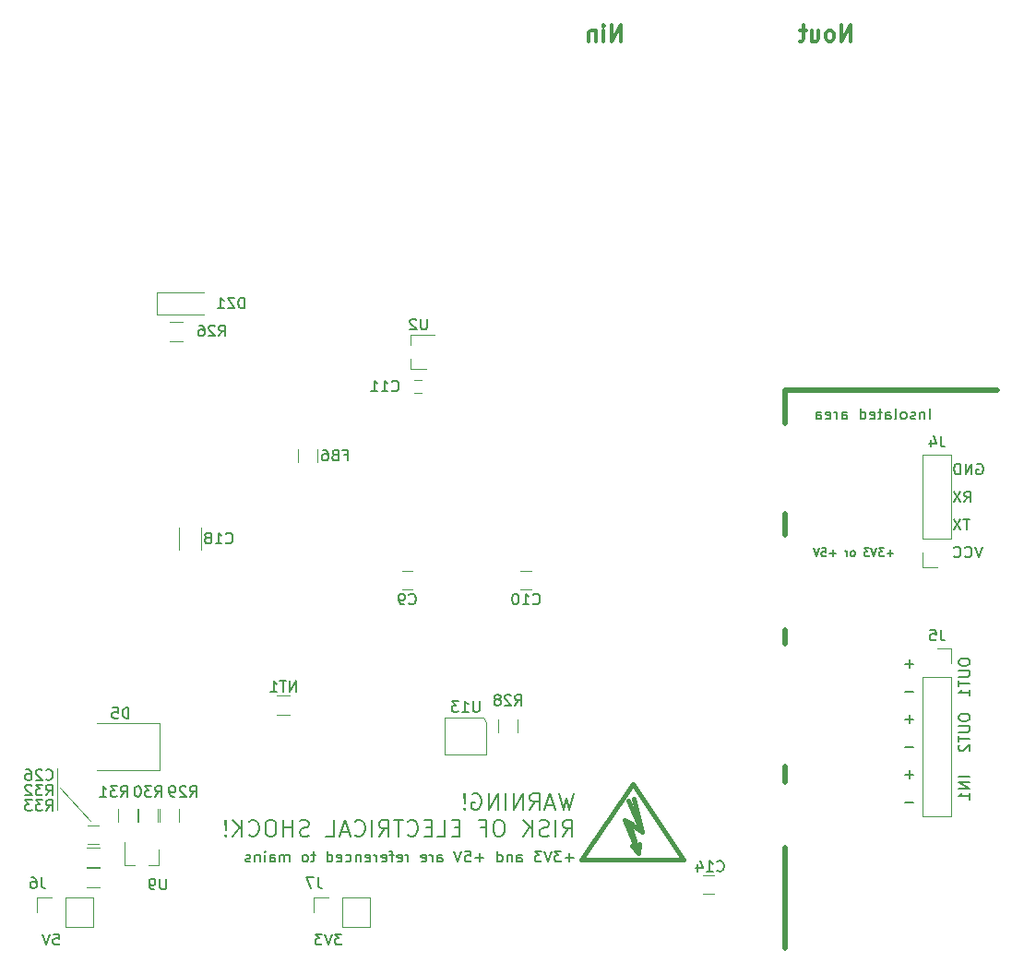
<source format=gbr>
%TF.GenerationSoftware,KiCad,Pcbnew,(5.1.6)-1*%
%TF.CreationDate,2020-06-29T23:41:49+02:00*%
%TF.ProjectId,EnergyMonitor,456e6572-6779-44d6-9f6e-69746f722e6b,1.0*%
%TF.SameCoordinates,Original*%
%TF.FileFunction,Legend,Bot*%
%TF.FilePolarity,Positive*%
%FSLAX46Y46*%
G04 Gerber Fmt 4.6, Leading zero omitted, Abs format (unit mm)*
G04 Created by KiCad (PCBNEW (5.1.6)-1) date 2020-06-29 23:41:49*
%MOMM*%
%LPD*%
G01*
G04 APERTURE LIST*
%ADD10C,0.375000*%
%ADD11C,0.150000*%
%ADD12C,0.200000*%
%ADD13C,0.120000*%
%ADD14C,0.500000*%
%ADD15C,0.381000*%
G04 APERTURE END LIST*
D10*
X136034285Y-84953571D02*
X136034285Y-83453571D01*
X135177142Y-84953571D01*
X135177142Y-83453571D01*
X134248571Y-84953571D02*
X134391428Y-84882142D01*
X134462857Y-84810714D01*
X134534285Y-84667857D01*
X134534285Y-84239285D01*
X134462857Y-84096428D01*
X134391428Y-84025000D01*
X134248571Y-83953571D01*
X134034285Y-83953571D01*
X133891428Y-84025000D01*
X133820000Y-84096428D01*
X133748571Y-84239285D01*
X133748571Y-84667857D01*
X133820000Y-84810714D01*
X133891428Y-84882142D01*
X134034285Y-84953571D01*
X134248571Y-84953571D01*
X132462857Y-83953571D02*
X132462857Y-84953571D01*
X133105714Y-83953571D02*
X133105714Y-84739285D01*
X133034285Y-84882142D01*
X132891428Y-84953571D01*
X132677142Y-84953571D01*
X132534285Y-84882142D01*
X132462857Y-84810714D01*
X131962857Y-83953571D02*
X131391428Y-83953571D01*
X131748571Y-83453571D02*
X131748571Y-84739285D01*
X131677142Y-84882142D01*
X131534285Y-84953571D01*
X131391428Y-84953571D01*
X114964285Y-84953571D02*
X114964285Y-83453571D01*
X114107142Y-84953571D01*
X114107142Y-83453571D01*
X113392857Y-84953571D02*
X113392857Y-83953571D01*
X113392857Y-83453571D02*
X113464285Y-83525000D01*
X113392857Y-83596428D01*
X113321428Y-83525000D01*
X113392857Y-83453571D01*
X113392857Y-83596428D01*
X112678571Y-83953571D02*
X112678571Y-84953571D01*
X112678571Y-84096428D02*
X112607142Y-84025000D01*
X112464285Y-83953571D01*
X112250000Y-83953571D01*
X112107142Y-84025000D01*
X112035714Y-84167857D01*
X112035714Y-84953571D01*
D11*
X146972380Y-152490000D02*
X145972380Y-152490000D01*
X146972380Y-152966190D02*
X145972380Y-152966190D01*
X146972380Y-153537619D01*
X145972380Y-153537619D01*
X146972380Y-154537619D02*
X146972380Y-153966190D01*
X146972380Y-154251904D02*
X145972380Y-154251904D01*
X146115238Y-154156666D01*
X146210476Y-154061428D01*
X146258095Y-153966190D01*
X145972380Y-146933809D02*
X145972380Y-147124285D01*
X146020000Y-147219523D01*
X146115238Y-147314761D01*
X146305714Y-147362380D01*
X146639047Y-147362380D01*
X146829523Y-147314761D01*
X146924761Y-147219523D01*
X146972380Y-147124285D01*
X146972380Y-146933809D01*
X146924761Y-146838571D01*
X146829523Y-146743333D01*
X146639047Y-146695714D01*
X146305714Y-146695714D01*
X146115238Y-146743333D01*
X146020000Y-146838571D01*
X145972380Y-146933809D01*
X145972380Y-147790952D02*
X146781904Y-147790952D01*
X146877142Y-147838571D01*
X146924761Y-147886190D01*
X146972380Y-147981428D01*
X146972380Y-148171904D01*
X146924761Y-148267142D01*
X146877142Y-148314761D01*
X146781904Y-148362380D01*
X145972380Y-148362380D01*
X145972380Y-148695714D02*
X145972380Y-149267142D01*
X146972380Y-148981428D02*
X145972380Y-148981428D01*
X146067619Y-149552857D02*
X146020000Y-149600476D01*
X145972380Y-149695714D01*
X145972380Y-149933809D01*
X146020000Y-150029047D01*
X146067619Y-150076666D01*
X146162857Y-150124285D01*
X146258095Y-150124285D01*
X146400952Y-150076666D01*
X146972380Y-149505238D01*
X146972380Y-150124285D01*
X145972380Y-141853809D02*
X145972380Y-142044285D01*
X146020000Y-142139523D01*
X146115238Y-142234761D01*
X146305714Y-142282380D01*
X146639047Y-142282380D01*
X146829523Y-142234761D01*
X146924761Y-142139523D01*
X146972380Y-142044285D01*
X146972380Y-141853809D01*
X146924761Y-141758571D01*
X146829523Y-141663333D01*
X146639047Y-141615714D01*
X146305714Y-141615714D01*
X146115238Y-141663333D01*
X146020000Y-141758571D01*
X145972380Y-141853809D01*
X145972380Y-142710952D02*
X146781904Y-142710952D01*
X146877142Y-142758571D01*
X146924761Y-142806190D01*
X146972380Y-142901428D01*
X146972380Y-143091904D01*
X146924761Y-143187142D01*
X146877142Y-143234761D01*
X146781904Y-143282380D01*
X145972380Y-143282380D01*
X145972380Y-143615714D02*
X145972380Y-144187142D01*
X146972380Y-143901428D02*
X145972380Y-143901428D01*
X146972380Y-145044285D02*
X146972380Y-144472857D01*
X146972380Y-144758571D02*
X145972380Y-144758571D01*
X146115238Y-144663333D01*
X146210476Y-144568095D01*
X146258095Y-144472857D01*
X141820952Y-154831428D02*
X141059047Y-154831428D01*
X141820952Y-144671428D02*
X141059047Y-144671428D01*
X141820952Y-149751428D02*
X141059047Y-149751428D01*
X141820952Y-152291428D02*
X141059047Y-152291428D01*
X141440000Y-152672380D02*
X141440000Y-151910476D01*
X141820952Y-147211428D02*
X141059047Y-147211428D01*
X141440000Y-147592380D02*
X141440000Y-146830476D01*
X141820952Y-142131428D02*
X141059047Y-142131428D01*
X141440000Y-142512380D02*
X141440000Y-141750476D01*
X143314166Y-119652380D02*
X143314166Y-118652380D01*
X142837976Y-118985714D02*
X142837976Y-119652380D01*
X142837976Y-119080952D02*
X142790357Y-119033333D01*
X142695119Y-118985714D01*
X142552261Y-118985714D01*
X142457023Y-119033333D01*
X142409404Y-119128571D01*
X142409404Y-119652380D01*
X141980833Y-119604761D02*
X141885595Y-119652380D01*
X141695119Y-119652380D01*
X141599880Y-119604761D01*
X141552261Y-119509523D01*
X141552261Y-119461904D01*
X141599880Y-119366666D01*
X141695119Y-119319047D01*
X141837976Y-119319047D01*
X141933214Y-119271428D01*
X141980833Y-119176190D01*
X141980833Y-119128571D01*
X141933214Y-119033333D01*
X141837976Y-118985714D01*
X141695119Y-118985714D01*
X141599880Y-119033333D01*
X140980833Y-119652380D02*
X141076071Y-119604761D01*
X141123690Y-119557142D01*
X141171309Y-119461904D01*
X141171309Y-119176190D01*
X141123690Y-119080952D01*
X141076071Y-119033333D01*
X140980833Y-118985714D01*
X140837976Y-118985714D01*
X140742738Y-119033333D01*
X140695119Y-119080952D01*
X140647500Y-119176190D01*
X140647500Y-119461904D01*
X140695119Y-119557142D01*
X140742738Y-119604761D01*
X140837976Y-119652380D01*
X140980833Y-119652380D01*
X140076071Y-119652380D02*
X140171309Y-119604761D01*
X140218928Y-119509523D01*
X140218928Y-118652380D01*
X139266547Y-119652380D02*
X139266547Y-119128571D01*
X139314166Y-119033333D01*
X139409404Y-118985714D01*
X139599880Y-118985714D01*
X139695119Y-119033333D01*
X139266547Y-119604761D02*
X139361785Y-119652380D01*
X139599880Y-119652380D01*
X139695119Y-119604761D01*
X139742738Y-119509523D01*
X139742738Y-119414285D01*
X139695119Y-119319047D01*
X139599880Y-119271428D01*
X139361785Y-119271428D01*
X139266547Y-119223809D01*
X138933214Y-118985714D02*
X138552261Y-118985714D01*
X138790357Y-118652380D02*
X138790357Y-119509523D01*
X138742738Y-119604761D01*
X138647500Y-119652380D01*
X138552261Y-119652380D01*
X137837976Y-119604761D02*
X137933214Y-119652380D01*
X138123690Y-119652380D01*
X138218928Y-119604761D01*
X138266547Y-119509523D01*
X138266547Y-119128571D01*
X138218928Y-119033333D01*
X138123690Y-118985714D01*
X137933214Y-118985714D01*
X137837976Y-119033333D01*
X137790357Y-119128571D01*
X137790357Y-119223809D01*
X138266547Y-119319047D01*
X136933214Y-119652380D02*
X136933214Y-118652380D01*
X136933214Y-119604761D02*
X137028452Y-119652380D01*
X137218928Y-119652380D01*
X137314166Y-119604761D01*
X137361785Y-119557142D01*
X137409404Y-119461904D01*
X137409404Y-119176190D01*
X137361785Y-119080952D01*
X137314166Y-119033333D01*
X137218928Y-118985714D01*
X137028452Y-118985714D01*
X136933214Y-119033333D01*
X135266547Y-119652380D02*
X135266547Y-119128571D01*
X135314166Y-119033333D01*
X135409404Y-118985714D01*
X135599880Y-118985714D01*
X135695119Y-119033333D01*
X135266547Y-119604761D02*
X135361785Y-119652380D01*
X135599880Y-119652380D01*
X135695119Y-119604761D01*
X135742738Y-119509523D01*
X135742738Y-119414285D01*
X135695119Y-119319047D01*
X135599880Y-119271428D01*
X135361785Y-119271428D01*
X135266547Y-119223809D01*
X134790357Y-119652380D02*
X134790357Y-118985714D01*
X134790357Y-119176190D02*
X134742738Y-119080952D01*
X134695119Y-119033333D01*
X134599880Y-118985714D01*
X134504642Y-118985714D01*
X133790357Y-119604761D02*
X133885595Y-119652380D01*
X134076071Y-119652380D01*
X134171309Y-119604761D01*
X134218928Y-119509523D01*
X134218928Y-119128571D01*
X134171309Y-119033333D01*
X134076071Y-118985714D01*
X133885595Y-118985714D01*
X133790357Y-119033333D01*
X133742738Y-119128571D01*
X133742738Y-119223809D01*
X134218928Y-119319047D01*
X132885595Y-119652380D02*
X132885595Y-119128571D01*
X132933214Y-119033333D01*
X133028452Y-118985714D01*
X133218928Y-118985714D01*
X133314166Y-119033333D01*
X132885595Y-119604761D02*
X132980833Y-119652380D01*
X133218928Y-119652380D01*
X133314166Y-119604761D01*
X133361785Y-119509523D01*
X133361785Y-119414285D01*
X133314166Y-119319047D01*
X133218928Y-119271428D01*
X132980833Y-119271428D01*
X132885595Y-119223809D01*
X139967142Y-131953571D02*
X139395714Y-131953571D01*
X139681428Y-132239285D02*
X139681428Y-131667857D01*
X139110000Y-131489285D02*
X138645714Y-131489285D01*
X138895714Y-131775000D01*
X138788571Y-131775000D01*
X138717142Y-131810714D01*
X138681428Y-131846428D01*
X138645714Y-131917857D01*
X138645714Y-132096428D01*
X138681428Y-132167857D01*
X138717142Y-132203571D01*
X138788571Y-132239285D01*
X139002857Y-132239285D01*
X139074285Y-132203571D01*
X139110000Y-132167857D01*
X138431428Y-131489285D02*
X138181428Y-132239285D01*
X137931428Y-131489285D01*
X137752857Y-131489285D02*
X137288571Y-131489285D01*
X137538571Y-131775000D01*
X137431428Y-131775000D01*
X137360000Y-131810714D01*
X137324285Y-131846428D01*
X137288571Y-131917857D01*
X137288571Y-132096428D01*
X137324285Y-132167857D01*
X137360000Y-132203571D01*
X137431428Y-132239285D01*
X137645714Y-132239285D01*
X137717142Y-132203571D01*
X137752857Y-132167857D01*
X136288571Y-132239285D02*
X136360000Y-132203571D01*
X136395714Y-132167857D01*
X136431428Y-132096428D01*
X136431428Y-131882142D01*
X136395714Y-131810714D01*
X136360000Y-131775000D01*
X136288571Y-131739285D01*
X136181428Y-131739285D01*
X136110000Y-131775000D01*
X136074285Y-131810714D01*
X136038571Y-131882142D01*
X136038571Y-132096428D01*
X136074285Y-132167857D01*
X136110000Y-132203571D01*
X136181428Y-132239285D01*
X136288571Y-132239285D01*
X135717142Y-132239285D02*
X135717142Y-131739285D01*
X135717142Y-131882142D02*
X135681428Y-131810714D01*
X135645714Y-131775000D01*
X135574285Y-131739285D01*
X135502857Y-131739285D01*
X134681428Y-131953571D02*
X134110000Y-131953571D01*
X134395714Y-132239285D02*
X134395714Y-131667857D01*
X133395714Y-131489285D02*
X133752857Y-131489285D01*
X133788571Y-131846428D01*
X133752857Y-131810714D01*
X133681428Y-131775000D01*
X133502857Y-131775000D01*
X133431428Y-131810714D01*
X133395714Y-131846428D01*
X133360000Y-131917857D01*
X133360000Y-132096428D01*
X133395714Y-132167857D01*
X133431428Y-132203571D01*
X133502857Y-132239285D01*
X133681428Y-132239285D01*
X133752857Y-132203571D01*
X133788571Y-132167857D01*
X133145714Y-131489285D02*
X132895714Y-132239285D01*
X132645714Y-131489285D01*
X148109404Y-131352380D02*
X147776071Y-132352380D01*
X147442738Y-131352380D01*
X146537976Y-132257142D02*
X146585595Y-132304761D01*
X146728452Y-132352380D01*
X146823690Y-132352380D01*
X146966547Y-132304761D01*
X147061785Y-132209523D01*
X147109404Y-132114285D01*
X147157023Y-131923809D01*
X147157023Y-131780952D01*
X147109404Y-131590476D01*
X147061785Y-131495238D01*
X146966547Y-131400000D01*
X146823690Y-131352380D01*
X146728452Y-131352380D01*
X146585595Y-131400000D01*
X146537976Y-131447619D01*
X145537976Y-132257142D02*
X145585595Y-132304761D01*
X145728452Y-132352380D01*
X145823690Y-132352380D01*
X145966547Y-132304761D01*
X146061785Y-132209523D01*
X146109404Y-132114285D01*
X146157023Y-131923809D01*
X146157023Y-131780952D01*
X146109404Y-131590476D01*
X146061785Y-131495238D01*
X145966547Y-131400000D01*
X145823690Y-131352380D01*
X145728452Y-131352380D01*
X145585595Y-131400000D01*
X145537976Y-131447619D01*
X146966547Y-128812380D02*
X146395119Y-128812380D01*
X146680833Y-129812380D02*
X146680833Y-128812380D01*
X146157023Y-128812380D02*
X145490357Y-129812380D01*
X145490357Y-128812380D02*
X146157023Y-129812380D01*
X146490357Y-127272380D02*
X146823690Y-126796190D01*
X147061785Y-127272380D02*
X147061785Y-126272380D01*
X146680833Y-126272380D01*
X146585595Y-126320000D01*
X146537976Y-126367619D01*
X146490357Y-126462857D01*
X146490357Y-126605714D01*
X146537976Y-126700952D01*
X146585595Y-126748571D01*
X146680833Y-126796190D01*
X147061785Y-126796190D01*
X146157023Y-126272380D02*
X145490357Y-127272380D01*
X145490357Y-126272380D02*
X146157023Y-127272380D01*
X147633214Y-123780000D02*
X147728452Y-123732380D01*
X147871309Y-123732380D01*
X148014166Y-123780000D01*
X148109404Y-123875238D01*
X148157023Y-123970476D01*
X148204642Y-124160952D01*
X148204642Y-124303809D01*
X148157023Y-124494285D01*
X148109404Y-124589523D01*
X148014166Y-124684761D01*
X147871309Y-124732380D01*
X147776071Y-124732380D01*
X147633214Y-124684761D01*
X147585595Y-124637142D01*
X147585595Y-124303809D01*
X147776071Y-124303809D01*
X147157023Y-124732380D02*
X147157023Y-123732380D01*
X146585595Y-124732380D01*
X146585595Y-123732380D01*
X146109404Y-124732380D02*
X146109404Y-123732380D01*
X145871309Y-123732380D01*
X145728452Y-123780000D01*
X145633214Y-123875238D01*
X145585595Y-123970476D01*
X145537976Y-124160952D01*
X145537976Y-124303809D01*
X145585595Y-124494285D01*
X145633214Y-124589523D01*
X145728452Y-124684761D01*
X145871309Y-124732380D01*
X146109404Y-124732380D01*
X110624404Y-159911428D02*
X109862500Y-159911428D01*
X110243452Y-160292380D02*
X110243452Y-159530476D01*
X109481547Y-159292380D02*
X108862500Y-159292380D01*
X109195833Y-159673333D01*
X109052976Y-159673333D01*
X108957738Y-159720952D01*
X108910119Y-159768571D01*
X108862500Y-159863809D01*
X108862500Y-160101904D01*
X108910119Y-160197142D01*
X108957738Y-160244761D01*
X109052976Y-160292380D01*
X109338690Y-160292380D01*
X109433928Y-160244761D01*
X109481547Y-160197142D01*
X108576785Y-159292380D02*
X108243452Y-160292380D01*
X107910119Y-159292380D01*
X107672023Y-159292380D02*
X107052976Y-159292380D01*
X107386309Y-159673333D01*
X107243452Y-159673333D01*
X107148214Y-159720952D01*
X107100595Y-159768571D01*
X107052976Y-159863809D01*
X107052976Y-160101904D01*
X107100595Y-160197142D01*
X107148214Y-160244761D01*
X107243452Y-160292380D01*
X107529166Y-160292380D01*
X107624404Y-160244761D01*
X107672023Y-160197142D01*
X105433928Y-160292380D02*
X105433928Y-159768571D01*
X105481547Y-159673333D01*
X105576785Y-159625714D01*
X105767261Y-159625714D01*
X105862500Y-159673333D01*
X105433928Y-160244761D02*
X105529166Y-160292380D01*
X105767261Y-160292380D01*
X105862500Y-160244761D01*
X105910119Y-160149523D01*
X105910119Y-160054285D01*
X105862500Y-159959047D01*
X105767261Y-159911428D01*
X105529166Y-159911428D01*
X105433928Y-159863809D01*
X104957738Y-159625714D02*
X104957738Y-160292380D01*
X104957738Y-159720952D02*
X104910119Y-159673333D01*
X104814880Y-159625714D01*
X104672023Y-159625714D01*
X104576785Y-159673333D01*
X104529166Y-159768571D01*
X104529166Y-160292380D01*
X103624404Y-160292380D02*
X103624404Y-159292380D01*
X103624404Y-160244761D02*
X103719642Y-160292380D01*
X103910119Y-160292380D01*
X104005357Y-160244761D01*
X104052976Y-160197142D01*
X104100595Y-160101904D01*
X104100595Y-159816190D01*
X104052976Y-159720952D01*
X104005357Y-159673333D01*
X103910119Y-159625714D01*
X103719642Y-159625714D01*
X103624404Y-159673333D01*
X102386309Y-159911428D02*
X101624404Y-159911428D01*
X102005357Y-160292380D02*
X102005357Y-159530476D01*
X100672023Y-159292380D02*
X101148214Y-159292380D01*
X101195833Y-159768571D01*
X101148214Y-159720952D01*
X101052976Y-159673333D01*
X100814880Y-159673333D01*
X100719642Y-159720952D01*
X100672023Y-159768571D01*
X100624404Y-159863809D01*
X100624404Y-160101904D01*
X100672023Y-160197142D01*
X100719642Y-160244761D01*
X100814880Y-160292380D01*
X101052976Y-160292380D01*
X101148214Y-160244761D01*
X101195833Y-160197142D01*
X100338690Y-159292380D02*
X100005357Y-160292380D01*
X99672023Y-159292380D01*
X98148214Y-160292380D02*
X98148214Y-159768571D01*
X98195833Y-159673333D01*
X98291071Y-159625714D01*
X98481547Y-159625714D01*
X98576785Y-159673333D01*
X98148214Y-160244761D02*
X98243452Y-160292380D01*
X98481547Y-160292380D01*
X98576785Y-160244761D01*
X98624404Y-160149523D01*
X98624404Y-160054285D01*
X98576785Y-159959047D01*
X98481547Y-159911428D01*
X98243452Y-159911428D01*
X98148214Y-159863809D01*
X97672023Y-160292380D02*
X97672023Y-159625714D01*
X97672023Y-159816190D02*
X97624404Y-159720952D01*
X97576785Y-159673333D01*
X97481547Y-159625714D01*
X97386309Y-159625714D01*
X96672023Y-160244761D02*
X96767261Y-160292380D01*
X96957738Y-160292380D01*
X97052976Y-160244761D01*
X97100595Y-160149523D01*
X97100595Y-159768571D01*
X97052976Y-159673333D01*
X96957738Y-159625714D01*
X96767261Y-159625714D01*
X96672023Y-159673333D01*
X96624404Y-159768571D01*
X96624404Y-159863809D01*
X97100595Y-159959047D01*
X95433928Y-160292380D02*
X95433928Y-159625714D01*
X95433928Y-159816190D02*
X95386309Y-159720952D01*
X95338690Y-159673333D01*
X95243452Y-159625714D01*
X95148214Y-159625714D01*
X94433928Y-160244761D02*
X94529166Y-160292380D01*
X94719642Y-160292380D01*
X94814880Y-160244761D01*
X94862500Y-160149523D01*
X94862500Y-159768571D01*
X94814880Y-159673333D01*
X94719642Y-159625714D01*
X94529166Y-159625714D01*
X94433928Y-159673333D01*
X94386309Y-159768571D01*
X94386309Y-159863809D01*
X94862500Y-159959047D01*
X94100595Y-159625714D02*
X93719642Y-159625714D01*
X93957738Y-160292380D02*
X93957738Y-159435238D01*
X93910119Y-159340000D01*
X93814880Y-159292380D01*
X93719642Y-159292380D01*
X93005357Y-160244761D02*
X93100595Y-160292380D01*
X93291071Y-160292380D01*
X93386309Y-160244761D01*
X93433928Y-160149523D01*
X93433928Y-159768571D01*
X93386309Y-159673333D01*
X93291071Y-159625714D01*
X93100595Y-159625714D01*
X93005357Y-159673333D01*
X92957738Y-159768571D01*
X92957738Y-159863809D01*
X93433928Y-159959047D01*
X92529166Y-160292380D02*
X92529166Y-159625714D01*
X92529166Y-159816190D02*
X92481547Y-159720952D01*
X92433928Y-159673333D01*
X92338690Y-159625714D01*
X92243452Y-159625714D01*
X91529166Y-160244761D02*
X91624404Y-160292380D01*
X91814880Y-160292380D01*
X91910119Y-160244761D01*
X91957738Y-160149523D01*
X91957738Y-159768571D01*
X91910119Y-159673333D01*
X91814880Y-159625714D01*
X91624404Y-159625714D01*
X91529166Y-159673333D01*
X91481547Y-159768571D01*
X91481547Y-159863809D01*
X91957738Y-159959047D01*
X91052976Y-159625714D02*
X91052976Y-160292380D01*
X91052976Y-159720952D02*
X91005357Y-159673333D01*
X90910119Y-159625714D01*
X90767261Y-159625714D01*
X90672023Y-159673333D01*
X90624404Y-159768571D01*
X90624404Y-160292380D01*
X89719642Y-160244761D02*
X89814880Y-160292380D01*
X90005357Y-160292380D01*
X90100595Y-160244761D01*
X90148214Y-160197142D01*
X90195833Y-160101904D01*
X90195833Y-159816190D01*
X90148214Y-159720952D01*
X90100595Y-159673333D01*
X90005357Y-159625714D01*
X89814880Y-159625714D01*
X89719642Y-159673333D01*
X88910119Y-160244761D02*
X89005357Y-160292380D01*
X89195833Y-160292380D01*
X89291071Y-160244761D01*
X89338690Y-160149523D01*
X89338690Y-159768571D01*
X89291071Y-159673333D01*
X89195833Y-159625714D01*
X89005357Y-159625714D01*
X88910119Y-159673333D01*
X88862500Y-159768571D01*
X88862500Y-159863809D01*
X89338690Y-159959047D01*
X88005357Y-160292380D02*
X88005357Y-159292380D01*
X88005357Y-160244761D02*
X88100595Y-160292380D01*
X88291071Y-160292380D01*
X88386309Y-160244761D01*
X88433928Y-160197142D01*
X88481547Y-160101904D01*
X88481547Y-159816190D01*
X88433928Y-159720952D01*
X88386309Y-159673333D01*
X88291071Y-159625714D01*
X88100595Y-159625714D01*
X88005357Y-159673333D01*
X86910119Y-159625714D02*
X86529166Y-159625714D01*
X86767261Y-159292380D02*
X86767261Y-160149523D01*
X86719642Y-160244761D01*
X86624404Y-160292380D01*
X86529166Y-160292380D01*
X86052976Y-160292380D02*
X86148214Y-160244761D01*
X86195833Y-160197142D01*
X86243452Y-160101904D01*
X86243452Y-159816190D01*
X86195833Y-159720952D01*
X86148214Y-159673333D01*
X86052976Y-159625714D01*
X85910119Y-159625714D01*
X85814880Y-159673333D01*
X85767261Y-159720952D01*
X85719642Y-159816190D01*
X85719642Y-160101904D01*
X85767261Y-160197142D01*
X85814880Y-160244761D01*
X85910119Y-160292380D01*
X86052976Y-160292380D01*
X84529166Y-160292380D02*
X84529166Y-159625714D01*
X84529166Y-159720952D02*
X84481547Y-159673333D01*
X84386309Y-159625714D01*
X84243452Y-159625714D01*
X84148214Y-159673333D01*
X84100595Y-159768571D01*
X84100595Y-160292380D01*
X84100595Y-159768571D02*
X84052976Y-159673333D01*
X83957738Y-159625714D01*
X83814880Y-159625714D01*
X83719642Y-159673333D01*
X83672023Y-159768571D01*
X83672023Y-160292380D01*
X82767261Y-160292380D02*
X82767261Y-159768571D01*
X82814880Y-159673333D01*
X82910119Y-159625714D01*
X83100595Y-159625714D01*
X83195833Y-159673333D01*
X82767261Y-160244761D02*
X82862500Y-160292380D01*
X83100595Y-160292380D01*
X83195833Y-160244761D01*
X83243452Y-160149523D01*
X83243452Y-160054285D01*
X83195833Y-159959047D01*
X83100595Y-159911428D01*
X82862500Y-159911428D01*
X82767261Y-159863809D01*
X82291071Y-160292380D02*
X82291071Y-159625714D01*
X82291071Y-159292380D02*
X82338690Y-159340000D01*
X82291071Y-159387619D01*
X82243452Y-159340000D01*
X82291071Y-159292380D01*
X82291071Y-159387619D01*
X81814880Y-159625714D02*
X81814880Y-160292380D01*
X81814880Y-159720952D02*
X81767261Y-159673333D01*
X81672023Y-159625714D01*
X81529166Y-159625714D01*
X81433928Y-159673333D01*
X81386309Y-159768571D01*
X81386309Y-160292380D01*
X80957738Y-160244761D02*
X80862500Y-160292380D01*
X80672023Y-160292380D01*
X80576785Y-160244761D01*
X80529166Y-160149523D01*
X80529166Y-160101904D01*
X80576785Y-160006666D01*
X80672023Y-159959047D01*
X80814880Y-159959047D01*
X80910119Y-159911428D01*
X80957738Y-159816190D01*
X80957738Y-159768571D01*
X80910119Y-159673333D01*
X80814880Y-159625714D01*
X80672023Y-159625714D01*
X80576785Y-159673333D01*
D12*
X110615714Y-153983571D02*
X110258571Y-155483571D01*
X109972857Y-154412142D01*
X109687142Y-155483571D01*
X109330000Y-153983571D01*
X108830000Y-155055000D02*
X108115714Y-155055000D01*
X108972857Y-155483571D02*
X108472857Y-153983571D01*
X107972857Y-155483571D01*
X106615714Y-155483571D02*
X107115714Y-154769285D01*
X107472857Y-155483571D02*
X107472857Y-153983571D01*
X106901428Y-153983571D01*
X106758571Y-154055000D01*
X106687142Y-154126428D01*
X106615714Y-154269285D01*
X106615714Y-154483571D01*
X106687142Y-154626428D01*
X106758571Y-154697857D01*
X106901428Y-154769285D01*
X107472857Y-154769285D01*
X105972857Y-155483571D02*
X105972857Y-153983571D01*
X105115714Y-155483571D01*
X105115714Y-153983571D01*
X104401428Y-155483571D02*
X104401428Y-153983571D01*
X103687142Y-155483571D02*
X103687142Y-153983571D01*
X102830000Y-155483571D01*
X102830000Y-153983571D01*
X101330000Y-154055000D02*
X101472857Y-153983571D01*
X101687142Y-153983571D01*
X101901428Y-154055000D01*
X102044285Y-154197857D01*
X102115714Y-154340714D01*
X102187142Y-154626428D01*
X102187142Y-154840714D01*
X102115714Y-155126428D01*
X102044285Y-155269285D01*
X101901428Y-155412142D01*
X101687142Y-155483571D01*
X101544285Y-155483571D01*
X101330000Y-155412142D01*
X101258571Y-155340714D01*
X101258571Y-154840714D01*
X101544285Y-154840714D01*
X100615714Y-155340714D02*
X100544285Y-155412142D01*
X100615714Y-155483571D01*
X100687142Y-155412142D01*
X100615714Y-155340714D01*
X100615714Y-155483571D01*
X100615714Y-154912142D02*
X100687142Y-154055000D01*
X100615714Y-153983571D01*
X100544285Y-154055000D01*
X100615714Y-154912142D01*
X100615714Y-153983571D01*
X109615714Y-157933571D02*
X110115714Y-157219285D01*
X110472857Y-157933571D02*
X110472857Y-156433571D01*
X109901428Y-156433571D01*
X109758571Y-156505000D01*
X109687142Y-156576428D01*
X109615714Y-156719285D01*
X109615714Y-156933571D01*
X109687142Y-157076428D01*
X109758571Y-157147857D01*
X109901428Y-157219285D01*
X110472857Y-157219285D01*
X108972857Y-157933571D02*
X108972857Y-156433571D01*
X108330000Y-157862142D02*
X108115714Y-157933571D01*
X107758571Y-157933571D01*
X107615714Y-157862142D01*
X107544285Y-157790714D01*
X107472857Y-157647857D01*
X107472857Y-157505000D01*
X107544285Y-157362142D01*
X107615714Y-157290714D01*
X107758571Y-157219285D01*
X108044285Y-157147857D01*
X108187142Y-157076428D01*
X108258571Y-157005000D01*
X108330000Y-156862142D01*
X108330000Y-156719285D01*
X108258571Y-156576428D01*
X108187142Y-156505000D01*
X108044285Y-156433571D01*
X107687142Y-156433571D01*
X107472857Y-156505000D01*
X106830000Y-157933571D02*
X106830000Y-156433571D01*
X105972857Y-157933571D02*
X106615714Y-157076428D01*
X105972857Y-156433571D02*
X106830000Y-157290714D01*
X103901428Y-156433571D02*
X103615714Y-156433571D01*
X103472857Y-156505000D01*
X103330000Y-156647857D01*
X103258571Y-156933571D01*
X103258571Y-157433571D01*
X103330000Y-157719285D01*
X103472857Y-157862142D01*
X103615714Y-157933571D01*
X103901428Y-157933571D01*
X104044285Y-157862142D01*
X104187142Y-157719285D01*
X104258571Y-157433571D01*
X104258571Y-156933571D01*
X104187142Y-156647857D01*
X104044285Y-156505000D01*
X103901428Y-156433571D01*
X102115714Y-157147857D02*
X102615714Y-157147857D01*
X102615714Y-157933571D02*
X102615714Y-156433571D01*
X101901428Y-156433571D01*
X100187142Y-157147857D02*
X99687142Y-157147857D01*
X99472857Y-157933571D02*
X100187142Y-157933571D01*
X100187142Y-156433571D01*
X99472857Y-156433571D01*
X98115714Y-157933571D02*
X98830000Y-157933571D01*
X98830000Y-156433571D01*
X97615714Y-157147857D02*
X97115714Y-157147857D01*
X96901428Y-157933571D02*
X97615714Y-157933571D01*
X97615714Y-156433571D01*
X96901428Y-156433571D01*
X95401428Y-157790714D02*
X95472857Y-157862142D01*
X95687142Y-157933571D01*
X95830000Y-157933571D01*
X96044285Y-157862142D01*
X96187142Y-157719285D01*
X96258571Y-157576428D01*
X96330000Y-157290714D01*
X96330000Y-157076428D01*
X96258571Y-156790714D01*
X96187142Y-156647857D01*
X96044285Y-156505000D01*
X95830000Y-156433571D01*
X95687142Y-156433571D01*
X95472857Y-156505000D01*
X95401428Y-156576428D01*
X94972857Y-156433571D02*
X94115714Y-156433571D01*
X94544285Y-157933571D02*
X94544285Y-156433571D01*
X92758571Y-157933571D02*
X93258571Y-157219285D01*
X93615714Y-157933571D02*
X93615714Y-156433571D01*
X93044285Y-156433571D01*
X92901428Y-156505000D01*
X92830000Y-156576428D01*
X92758571Y-156719285D01*
X92758571Y-156933571D01*
X92830000Y-157076428D01*
X92901428Y-157147857D01*
X93044285Y-157219285D01*
X93615714Y-157219285D01*
X92115714Y-157933571D02*
X92115714Y-156433571D01*
X90544285Y-157790714D02*
X90615714Y-157862142D01*
X90830000Y-157933571D01*
X90972857Y-157933571D01*
X91187142Y-157862142D01*
X91330000Y-157719285D01*
X91401428Y-157576428D01*
X91472857Y-157290714D01*
X91472857Y-157076428D01*
X91401428Y-156790714D01*
X91330000Y-156647857D01*
X91187142Y-156505000D01*
X90972857Y-156433571D01*
X90830000Y-156433571D01*
X90615714Y-156505000D01*
X90544285Y-156576428D01*
X89972857Y-157505000D02*
X89258571Y-157505000D01*
X90115714Y-157933571D02*
X89615714Y-156433571D01*
X89115714Y-157933571D01*
X87901428Y-157933571D02*
X88615714Y-157933571D01*
X88615714Y-156433571D01*
X86330000Y-157862142D02*
X86115714Y-157933571D01*
X85758571Y-157933571D01*
X85615714Y-157862142D01*
X85544285Y-157790714D01*
X85472857Y-157647857D01*
X85472857Y-157505000D01*
X85544285Y-157362142D01*
X85615714Y-157290714D01*
X85758571Y-157219285D01*
X86044285Y-157147857D01*
X86187142Y-157076428D01*
X86258571Y-157005000D01*
X86330000Y-156862142D01*
X86330000Y-156719285D01*
X86258571Y-156576428D01*
X86187142Y-156505000D01*
X86044285Y-156433571D01*
X85687142Y-156433571D01*
X85472857Y-156505000D01*
X84830000Y-157933571D02*
X84830000Y-156433571D01*
X84830000Y-157147857D02*
X83972857Y-157147857D01*
X83972857Y-157933571D02*
X83972857Y-156433571D01*
X82972857Y-156433571D02*
X82687142Y-156433571D01*
X82544285Y-156505000D01*
X82401428Y-156647857D01*
X82330000Y-156933571D01*
X82330000Y-157433571D01*
X82401428Y-157719285D01*
X82544285Y-157862142D01*
X82687142Y-157933571D01*
X82972857Y-157933571D01*
X83115714Y-157862142D01*
X83258571Y-157719285D01*
X83330000Y-157433571D01*
X83330000Y-156933571D01*
X83258571Y-156647857D01*
X83115714Y-156505000D01*
X82972857Y-156433571D01*
X80830000Y-157790714D02*
X80901428Y-157862142D01*
X81115714Y-157933571D01*
X81258571Y-157933571D01*
X81472857Y-157862142D01*
X81615714Y-157719285D01*
X81687142Y-157576428D01*
X81758571Y-157290714D01*
X81758571Y-157076428D01*
X81687142Y-156790714D01*
X81615714Y-156647857D01*
X81472857Y-156505000D01*
X81258571Y-156433571D01*
X81115714Y-156433571D01*
X80901428Y-156505000D01*
X80830000Y-156576428D01*
X80187142Y-157933571D02*
X80187142Y-156433571D01*
X79330000Y-157933571D02*
X79972857Y-157076428D01*
X79330000Y-156433571D02*
X80187142Y-157290714D01*
X78687142Y-157790714D02*
X78615714Y-157862142D01*
X78687142Y-157933571D01*
X78758571Y-157862142D01*
X78687142Y-157790714D01*
X78687142Y-157933571D01*
X78687142Y-157362142D02*
X78758571Y-156505000D01*
X78687142Y-156433571D01*
X78615714Y-156505000D01*
X78687142Y-157362142D01*
X78687142Y-156433571D01*
D13*
X66256000Y-156538000D02*
X63462000Y-153490000D01*
X63208000Y-151712000D02*
X63208000Y-155522000D01*
D14*
X130000000Y-130300000D02*
X130000000Y-128300000D01*
X130000000Y-139000000D02*
X130000000Y-140300000D01*
X130000000Y-151500000D02*
X130000000Y-153000000D01*
X130000000Y-159000000D02*
X130000000Y-168200000D01*
X130000000Y-117000000D02*
X130000000Y-120000000D01*
X130000000Y-117000000D02*
X149500000Y-117000000D01*
D13*
%TO.C,C14*%
X122525000Y-161530000D02*
X123525000Y-161530000D01*
X123525000Y-163230000D02*
X122525000Y-163230000D01*
%TO.C,D5*%
X72600000Y-147530000D02*
X66900000Y-147530000D01*
X72600000Y-151830000D02*
X66900000Y-151830000D01*
X72600000Y-147530000D02*
X72600000Y-151830000D01*
%TO.C,C26*%
X67010000Y-158658000D02*
X66010000Y-158658000D01*
X66010000Y-156958000D02*
X67010000Y-156958000D01*
D15*
%TO.C,SYM3*%
X120739000Y-160094000D02*
X116040000Y-153109000D01*
X111341000Y-160094000D02*
X120739000Y-160094000D01*
X116040000Y-153109000D02*
X111341000Y-160094000D01*
X116537840Y-159499640D02*
X116639440Y-158600480D01*
X115740280Y-156700560D02*
X116537840Y-159499640D01*
X116939160Y-157500660D02*
X115740280Y-156700560D01*
X116139060Y-154500920D02*
X116939160Y-157500660D01*
X116537840Y-159499640D02*
X115938400Y-158801140D01*
X116939160Y-157500660D02*
X115638680Y-154699040D01*
X115338960Y-156400840D02*
X115938400Y-156799620D01*
X116537840Y-159499640D02*
X115338960Y-156400840D01*
D13*
%TO.C,NT1*%
X84600000Y-144990000D02*
X83400000Y-144990000D01*
X83400000Y-146750000D02*
X84600000Y-146750000D01*
%TO.C,FB6*%
X85315000Y-122410000D02*
X85315000Y-123610000D01*
X87075000Y-123610000D02*
X87075000Y-122410000D01*
%TO.C,C11*%
X96705000Y-116060000D02*
X96005000Y-116060000D01*
X96005000Y-117260000D02*
X96705000Y-117260000D01*
%TO.C,U9*%
X72535000Y-160600000D02*
X71605000Y-160600000D01*
X69375000Y-160600000D02*
X70305000Y-160600000D01*
X69375000Y-160600000D02*
X69375000Y-158440000D01*
X72535000Y-160600000D02*
X72535000Y-159140000D01*
%TO.C,U2*%
X95660000Y-115065000D02*
X95660000Y-114135000D01*
X95660000Y-111905000D02*
X95660000Y-112835000D01*
X95660000Y-111905000D02*
X97820000Y-111905000D01*
X95660000Y-115065000D02*
X97120000Y-115065000D01*
%TO.C,U13*%
X102630000Y-147430000D02*
X102330000Y-147070000D01*
X102330000Y-147070000D02*
X98830000Y-147070000D01*
X98830000Y-147070000D02*
X98830000Y-150390000D01*
X98830000Y-150390000D02*
X102630000Y-150390000D01*
X102630000Y-150390000D02*
X102630000Y-147430000D01*
%TO.C,R26*%
X74730000Y-110700000D02*
X73530000Y-110700000D01*
X73530000Y-112460000D02*
X74730000Y-112460000D01*
%TO.C,R33*%
X67110000Y-160865000D02*
X65910000Y-160865000D01*
X65910000Y-162625000D02*
X67110000Y-162625000D01*
%TO.C,R32*%
X67110000Y-158960000D02*
X65910000Y-158960000D01*
X65910000Y-160720000D02*
X67110000Y-160720000D01*
%TO.C,R31*%
X70565000Y-156630000D02*
X70565000Y-155430000D01*
X68805000Y-155430000D02*
X68805000Y-156630000D01*
%TO.C,R30*%
X70710000Y-155430000D02*
X70710000Y-156630000D01*
X72470000Y-156630000D02*
X72470000Y-155430000D01*
%TO.C,R29*%
X74375000Y-156630000D02*
X74375000Y-155430000D01*
X72615000Y-155430000D02*
X72615000Y-156630000D01*
%TO.C,R28*%
X103730000Y-147175000D02*
X103730000Y-148375000D01*
X105490000Y-148375000D02*
X105490000Y-147175000D01*
%TO.C,J7*%
X86770000Y-163590000D02*
X86770000Y-164920000D01*
X88100000Y-163590000D02*
X86770000Y-163590000D01*
X89370000Y-163590000D02*
X89370000Y-166250000D01*
X89370000Y-166250000D02*
X91970000Y-166250000D01*
X89370000Y-163590000D02*
X91970000Y-163590000D01*
X91970000Y-163590000D02*
X91970000Y-166250000D01*
%TO.C,J6*%
X61370000Y-163590000D02*
X61370000Y-164920000D01*
X62700000Y-163590000D02*
X61370000Y-163590000D01*
X63970000Y-163590000D02*
X63970000Y-166250000D01*
X63970000Y-166250000D02*
X66570000Y-166250000D01*
X63970000Y-163590000D02*
X66570000Y-163590000D01*
X66570000Y-163590000D02*
X66570000Y-166250000D01*
%TO.C,J5*%
X145310000Y-140730000D02*
X143980000Y-140730000D01*
X145310000Y-142060000D02*
X145310000Y-140730000D01*
X145310000Y-143330000D02*
X142650000Y-143330000D01*
X142650000Y-143330000D02*
X142650000Y-156090000D01*
X145310000Y-143330000D02*
X145310000Y-156090000D01*
X145310000Y-156090000D02*
X142650000Y-156090000D01*
%TO.C,J4*%
X142650000Y-133230000D02*
X143980000Y-133230000D01*
X142650000Y-131900000D02*
X142650000Y-133230000D01*
X142650000Y-130630000D02*
X145310000Y-130630000D01*
X145310000Y-130630000D02*
X145310000Y-122950000D01*
X142650000Y-130630000D02*
X142650000Y-122950000D01*
X142650000Y-122950000D02*
X145310000Y-122950000D01*
%TO.C,DZ1*%
X72370000Y-108040000D02*
X76670000Y-108040000D01*
X72370000Y-110040000D02*
X72370000Y-108040000D01*
X76670000Y-110040000D02*
X72370000Y-110040000D01*
%TO.C,C10*%
X105745000Y-133590000D02*
X106745000Y-133590000D01*
X106745000Y-135290000D02*
X105745000Y-135290000D01*
%TO.C,C18*%
X76420000Y-129630000D02*
X76420000Y-131630000D01*
X74380000Y-131630000D02*
X74380000Y-129630000D01*
%TO.C,C9*%
X95855000Y-135290000D02*
X94855000Y-135290000D01*
X94855000Y-133590000D02*
X95855000Y-133590000D01*
%TO.C,C14*%
D11*
X123794857Y-161086142D02*
X123842476Y-161133761D01*
X123985333Y-161181380D01*
X124080571Y-161181380D01*
X124223428Y-161133761D01*
X124318666Y-161038523D01*
X124366285Y-160943285D01*
X124413904Y-160752809D01*
X124413904Y-160609952D01*
X124366285Y-160419476D01*
X124318666Y-160324238D01*
X124223428Y-160229000D01*
X124080571Y-160181380D01*
X123985333Y-160181380D01*
X123842476Y-160229000D01*
X123794857Y-160276619D01*
X122842476Y-161181380D02*
X123413904Y-161181380D01*
X123128190Y-161181380D02*
X123128190Y-160181380D01*
X123223428Y-160324238D01*
X123318666Y-160419476D01*
X123413904Y-160467095D01*
X121985333Y-160514714D02*
X121985333Y-161181380D01*
X122223428Y-160133761D02*
X122461523Y-160848047D01*
X121842476Y-160848047D01*
%TO.C,D5*%
X69788095Y-147132380D02*
X69788095Y-146132380D01*
X69550000Y-146132380D01*
X69407142Y-146180000D01*
X69311904Y-146275238D01*
X69264285Y-146370476D01*
X69216666Y-146560952D01*
X69216666Y-146703809D01*
X69264285Y-146894285D01*
X69311904Y-146989523D01*
X69407142Y-147084761D01*
X69550000Y-147132380D01*
X69788095Y-147132380D01*
X68311904Y-146132380D02*
X68788095Y-146132380D01*
X68835714Y-146608571D01*
X68788095Y-146560952D01*
X68692857Y-146513333D01*
X68454761Y-146513333D01*
X68359523Y-146560952D01*
X68311904Y-146608571D01*
X68264285Y-146703809D01*
X68264285Y-146941904D01*
X68311904Y-147037142D01*
X68359523Y-147084761D01*
X68454761Y-147132380D01*
X68692857Y-147132380D01*
X68788095Y-147084761D01*
X68835714Y-147037142D01*
%TO.C,C26*%
X62199857Y-152704142D02*
X62247476Y-152751761D01*
X62390333Y-152799380D01*
X62485571Y-152799380D01*
X62628428Y-152751761D01*
X62723666Y-152656523D01*
X62771285Y-152561285D01*
X62818904Y-152370809D01*
X62818904Y-152227952D01*
X62771285Y-152037476D01*
X62723666Y-151942238D01*
X62628428Y-151847000D01*
X62485571Y-151799380D01*
X62390333Y-151799380D01*
X62247476Y-151847000D01*
X62199857Y-151894619D01*
X61818904Y-151894619D02*
X61771285Y-151847000D01*
X61676047Y-151799380D01*
X61437952Y-151799380D01*
X61342714Y-151847000D01*
X61295095Y-151894619D01*
X61247476Y-151989857D01*
X61247476Y-152085095D01*
X61295095Y-152227952D01*
X61866523Y-152799380D01*
X61247476Y-152799380D01*
X60390333Y-151799380D02*
X60580809Y-151799380D01*
X60676047Y-151847000D01*
X60723666Y-151894619D01*
X60818904Y-152037476D01*
X60866523Y-152227952D01*
X60866523Y-152608904D01*
X60818904Y-152704142D01*
X60771285Y-152751761D01*
X60676047Y-152799380D01*
X60485571Y-152799380D01*
X60390333Y-152751761D01*
X60342714Y-152704142D01*
X60295095Y-152608904D01*
X60295095Y-152370809D01*
X60342714Y-152275571D01*
X60390333Y-152227952D01*
X60485571Y-152180333D01*
X60676047Y-152180333D01*
X60771285Y-152227952D01*
X60818904Y-152275571D01*
X60866523Y-152370809D01*
%TO.C,NT1*%
X85142857Y-144672380D02*
X85142857Y-143672380D01*
X84571428Y-144672380D01*
X84571428Y-143672380D01*
X84238095Y-143672380D02*
X83666666Y-143672380D01*
X83952380Y-144672380D02*
X83952380Y-143672380D01*
X82809523Y-144672380D02*
X83380952Y-144672380D01*
X83095238Y-144672380D02*
X83095238Y-143672380D01*
X83190476Y-143815238D01*
X83285714Y-143910476D01*
X83380952Y-143958095D01*
%TO.C,FB6*%
X89568333Y-122938571D02*
X89901666Y-122938571D01*
X89901666Y-123462380D02*
X89901666Y-122462380D01*
X89425476Y-122462380D01*
X88711190Y-122938571D02*
X88568333Y-122986190D01*
X88520714Y-123033809D01*
X88473095Y-123129047D01*
X88473095Y-123271904D01*
X88520714Y-123367142D01*
X88568333Y-123414761D01*
X88663571Y-123462380D01*
X89044523Y-123462380D01*
X89044523Y-122462380D01*
X88711190Y-122462380D01*
X88615952Y-122510000D01*
X88568333Y-122557619D01*
X88520714Y-122652857D01*
X88520714Y-122748095D01*
X88568333Y-122843333D01*
X88615952Y-122890952D01*
X88711190Y-122938571D01*
X89044523Y-122938571D01*
X87615952Y-122462380D02*
X87806428Y-122462380D01*
X87901666Y-122510000D01*
X87949285Y-122557619D01*
X88044523Y-122700476D01*
X88092142Y-122890952D01*
X88092142Y-123271904D01*
X88044523Y-123367142D01*
X87996904Y-123414761D01*
X87901666Y-123462380D01*
X87711190Y-123462380D01*
X87615952Y-123414761D01*
X87568333Y-123367142D01*
X87520714Y-123271904D01*
X87520714Y-123033809D01*
X87568333Y-122938571D01*
X87615952Y-122890952D01*
X87711190Y-122843333D01*
X87901666Y-122843333D01*
X87996904Y-122890952D01*
X88044523Y-122938571D01*
X88092142Y-123033809D01*
%TO.C,C11*%
X93949857Y-117017142D02*
X93997476Y-117064761D01*
X94140333Y-117112380D01*
X94235571Y-117112380D01*
X94378428Y-117064761D01*
X94473666Y-116969523D01*
X94521285Y-116874285D01*
X94568904Y-116683809D01*
X94568904Y-116540952D01*
X94521285Y-116350476D01*
X94473666Y-116255238D01*
X94378428Y-116160000D01*
X94235571Y-116112380D01*
X94140333Y-116112380D01*
X93997476Y-116160000D01*
X93949857Y-116207619D01*
X92997476Y-117112380D02*
X93568904Y-117112380D01*
X93283190Y-117112380D02*
X93283190Y-116112380D01*
X93378428Y-116255238D01*
X93473666Y-116350476D01*
X93568904Y-116398095D01*
X92045095Y-117112380D02*
X92616523Y-117112380D01*
X92330809Y-117112380D02*
X92330809Y-116112380D01*
X92426047Y-116255238D01*
X92521285Y-116350476D01*
X92616523Y-116398095D01*
%TO.C,U9*%
X73240904Y-161832380D02*
X73240904Y-162641904D01*
X73193285Y-162737142D01*
X73145666Y-162784761D01*
X73050428Y-162832380D01*
X72859952Y-162832380D01*
X72764714Y-162784761D01*
X72717095Y-162737142D01*
X72669476Y-162641904D01*
X72669476Y-161832380D01*
X72145666Y-162832380D02*
X71955190Y-162832380D01*
X71859952Y-162784761D01*
X71812333Y-162737142D01*
X71717095Y-162594285D01*
X71669476Y-162403809D01*
X71669476Y-162022857D01*
X71717095Y-161927619D01*
X71764714Y-161880000D01*
X71859952Y-161832380D01*
X72050428Y-161832380D01*
X72145666Y-161880000D01*
X72193285Y-161927619D01*
X72240904Y-162022857D01*
X72240904Y-162260952D01*
X72193285Y-162356190D01*
X72145666Y-162403809D01*
X72050428Y-162451428D01*
X71859952Y-162451428D01*
X71764714Y-162403809D01*
X71717095Y-162356190D01*
X71669476Y-162260952D01*
%TO.C,U2*%
X97181904Y-110437380D02*
X97181904Y-111246904D01*
X97134285Y-111342142D01*
X97086666Y-111389761D01*
X96991428Y-111437380D01*
X96800952Y-111437380D01*
X96705714Y-111389761D01*
X96658095Y-111342142D01*
X96610476Y-111246904D01*
X96610476Y-110437380D01*
X96181904Y-110532619D02*
X96134285Y-110485000D01*
X96039047Y-110437380D01*
X95800952Y-110437380D01*
X95705714Y-110485000D01*
X95658095Y-110532619D01*
X95610476Y-110627857D01*
X95610476Y-110723095D01*
X95658095Y-110865952D01*
X96229523Y-111437380D01*
X95610476Y-111437380D01*
%TO.C,U13*%
X101968095Y-145522380D02*
X101968095Y-146331904D01*
X101920476Y-146427142D01*
X101872857Y-146474761D01*
X101777619Y-146522380D01*
X101587142Y-146522380D01*
X101491904Y-146474761D01*
X101444285Y-146427142D01*
X101396666Y-146331904D01*
X101396666Y-145522380D01*
X100396666Y-146522380D02*
X100968095Y-146522380D01*
X100682380Y-146522380D02*
X100682380Y-145522380D01*
X100777619Y-145665238D01*
X100872857Y-145760476D01*
X100968095Y-145808095D01*
X100063333Y-145522380D02*
X99444285Y-145522380D01*
X99777619Y-145903333D01*
X99634761Y-145903333D01*
X99539523Y-145950952D01*
X99491904Y-145998571D01*
X99444285Y-146093809D01*
X99444285Y-146331904D01*
X99491904Y-146427142D01*
X99539523Y-146474761D01*
X99634761Y-146522380D01*
X99920476Y-146522380D01*
X100015714Y-146474761D01*
X100063333Y-146427142D01*
%TO.C,R26*%
X78074857Y-112032380D02*
X78408190Y-111556190D01*
X78646285Y-112032380D02*
X78646285Y-111032380D01*
X78265333Y-111032380D01*
X78170095Y-111080000D01*
X78122476Y-111127619D01*
X78074857Y-111222857D01*
X78074857Y-111365714D01*
X78122476Y-111460952D01*
X78170095Y-111508571D01*
X78265333Y-111556190D01*
X78646285Y-111556190D01*
X77693904Y-111127619D02*
X77646285Y-111080000D01*
X77551047Y-111032380D01*
X77312952Y-111032380D01*
X77217714Y-111080000D01*
X77170095Y-111127619D01*
X77122476Y-111222857D01*
X77122476Y-111318095D01*
X77170095Y-111460952D01*
X77741523Y-112032380D01*
X77122476Y-112032380D01*
X76265333Y-111032380D02*
X76455809Y-111032380D01*
X76551047Y-111080000D01*
X76598666Y-111127619D01*
X76693904Y-111270476D01*
X76741523Y-111460952D01*
X76741523Y-111841904D01*
X76693904Y-111937142D01*
X76646285Y-111984761D01*
X76551047Y-112032380D01*
X76360571Y-112032380D01*
X76265333Y-111984761D01*
X76217714Y-111937142D01*
X76170095Y-111841904D01*
X76170095Y-111603809D01*
X76217714Y-111508571D01*
X76265333Y-111460952D01*
X76360571Y-111413333D01*
X76551047Y-111413333D01*
X76646285Y-111460952D01*
X76693904Y-111508571D01*
X76741523Y-111603809D01*
%TO.C,R33*%
X62199857Y-155593380D02*
X62533190Y-155117190D01*
X62771285Y-155593380D02*
X62771285Y-154593380D01*
X62390333Y-154593380D01*
X62295095Y-154641000D01*
X62247476Y-154688619D01*
X62199857Y-154783857D01*
X62199857Y-154926714D01*
X62247476Y-155021952D01*
X62295095Y-155069571D01*
X62390333Y-155117190D01*
X62771285Y-155117190D01*
X61866523Y-154593380D02*
X61247476Y-154593380D01*
X61580809Y-154974333D01*
X61437952Y-154974333D01*
X61342714Y-155021952D01*
X61295095Y-155069571D01*
X61247476Y-155164809D01*
X61247476Y-155402904D01*
X61295095Y-155498142D01*
X61342714Y-155545761D01*
X61437952Y-155593380D01*
X61723666Y-155593380D01*
X61818904Y-155545761D01*
X61866523Y-155498142D01*
X60914142Y-154593380D02*
X60295095Y-154593380D01*
X60628428Y-154974333D01*
X60485571Y-154974333D01*
X60390333Y-155021952D01*
X60342714Y-155069571D01*
X60295095Y-155164809D01*
X60295095Y-155402904D01*
X60342714Y-155498142D01*
X60390333Y-155545761D01*
X60485571Y-155593380D01*
X60771285Y-155593380D01*
X60866523Y-155545761D01*
X60914142Y-155498142D01*
%TO.C,R32*%
X62199857Y-154196380D02*
X62533190Y-153720190D01*
X62771285Y-154196380D02*
X62771285Y-153196380D01*
X62390333Y-153196380D01*
X62295095Y-153244000D01*
X62247476Y-153291619D01*
X62199857Y-153386857D01*
X62199857Y-153529714D01*
X62247476Y-153624952D01*
X62295095Y-153672571D01*
X62390333Y-153720190D01*
X62771285Y-153720190D01*
X61866523Y-153196380D02*
X61247476Y-153196380D01*
X61580809Y-153577333D01*
X61437952Y-153577333D01*
X61342714Y-153624952D01*
X61295095Y-153672571D01*
X61247476Y-153767809D01*
X61247476Y-154005904D01*
X61295095Y-154101142D01*
X61342714Y-154148761D01*
X61437952Y-154196380D01*
X61723666Y-154196380D01*
X61818904Y-154148761D01*
X61866523Y-154101142D01*
X60866523Y-153291619D02*
X60818904Y-153244000D01*
X60723666Y-153196380D01*
X60485571Y-153196380D01*
X60390333Y-153244000D01*
X60342714Y-153291619D01*
X60295095Y-153386857D01*
X60295095Y-153482095D01*
X60342714Y-153624952D01*
X60914142Y-154196380D01*
X60295095Y-154196380D01*
%TO.C,R31*%
X69057857Y-154323380D02*
X69391190Y-153847190D01*
X69629285Y-154323380D02*
X69629285Y-153323380D01*
X69248333Y-153323380D01*
X69153095Y-153371000D01*
X69105476Y-153418619D01*
X69057857Y-153513857D01*
X69057857Y-153656714D01*
X69105476Y-153751952D01*
X69153095Y-153799571D01*
X69248333Y-153847190D01*
X69629285Y-153847190D01*
X68724523Y-153323380D02*
X68105476Y-153323380D01*
X68438809Y-153704333D01*
X68295952Y-153704333D01*
X68200714Y-153751952D01*
X68153095Y-153799571D01*
X68105476Y-153894809D01*
X68105476Y-154132904D01*
X68153095Y-154228142D01*
X68200714Y-154275761D01*
X68295952Y-154323380D01*
X68581666Y-154323380D01*
X68676904Y-154275761D01*
X68724523Y-154228142D01*
X67153095Y-154323380D02*
X67724523Y-154323380D01*
X67438809Y-154323380D02*
X67438809Y-153323380D01*
X67534047Y-153466238D01*
X67629285Y-153561476D01*
X67724523Y-153609095D01*
%TO.C,R30*%
X72232857Y-154323380D02*
X72566190Y-153847190D01*
X72804285Y-154323380D02*
X72804285Y-153323380D01*
X72423333Y-153323380D01*
X72328095Y-153371000D01*
X72280476Y-153418619D01*
X72232857Y-153513857D01*
X72232857Y-153656714D01*
X72280476Y-153751952D01*
X72328095Y-153799571D01*
X72423333Y-153847190D01*
X72804285Y-153847190D01*
X71899523Y-153323380D02*
X71280476Y-153323380D01*
X71613809Y-153704333D01*
X71470952Y-153704333D01*
X71375714Y-153751952D01*
X71328095Y-153799571D01*
X71280476Y-153894809D01*
X71280476Y-154132904D01*
X71328095Y-154228142D01*
X71375714Y-154275761D01*
X71470952Y-154323380D01*
X71756666Y-154323380D01*
X71851904Y-154275761D01*
X71899523Y-154228142D01*
X70661428Y-153323380D02*
X70566190Y-153323380D01*
X70470952Y-153371000D01*
X70423333Y-153418619D01*
X70375714Y-153513857D01*
X70328095Y-153704333D01*
X70328095Y-153942428D01*
X70375714Y-154132904D01*
X70423333Y-154228142D01*
X70470952Y-154275761D01*
X70566190Y-154323380D01*
X70661428Y-154323380D01*
X70756666Y-154275761D01*
X70804285Y-154228142D01*
X70851904Y-154132904D01*
X70899523Y-153942428D01*
X70899523Y-153704333D01*
X70851904Y-153513857D01*
X70804285Y-153418619D01*
X70756666Y-153371000D01*
X70661428Y-153323380D01*
%TO.C,R29*%
X75407857Y-154323380D02*
X75741190Y-153847190D01*
X75979285Y-154323380D02*
X75979285Y-153323380D01*
X75598333Y-153323380D01*
X75503095Y-153371000D01*
X75455476Y-153418619D01*
X75407857Y-153513857D01*
X75407857Y-153656714D01*
X75455476Y-153751952D01*
X75503095Y-153799571D01*
X75598333Y-153847190D01*
X75979285Y-153847190D01*
X75026904Y-153418619D02*
X74979285Y-153371000D01*
X74884047Y-153323380D01*
X74645952Y-153323380D01*
X74550714Y-153371000D01*
X74503095Y-153418619D01*
X74455476Y-153513857D01*
X74455476Y-153609095D01*
X74503095Y-153751952D01*
X75074523Y-154323380D01*
X74455476Y-154323380D01*
X73979285Y-154323380D02*
X73788809Y-154323380D01*
X73693571Y-154275761D01*
X73645952Y-154228142D01*
X73550714Y-154085285D01*
X73503095Y-153894809D01*
X73503095Y-153513857D01*
X73550714Y-153418619D01*
X73598333Y-153371000D01*
X73693571Y-153323380D01*
X73884047Y-153323380D01*
X73979285Y-153371000D01*
X74026904Y-153418619D01*
X74074523Y-153513857D01*
X74074523Y-153751952D01*
X74026904Y-153847190D01*
X73979285Y-153894809D01*
X73884047Y-153942428D01*
X73693571Y-153942428D01*
X73598333Y-153894809D01*
X73550714Y-153847190D01*
X73503095Y-153751952D01*
%TO.C,R28*%
X105252857Y-145941380D02*
X105586190Y-145465190D01*
X105824285Y-145941380D02*
X105824285Y-144941380D01*
X105443333Y-144941380D01*
X105348095Y-144989000D01*
X105300476Y-145036619D01*
X105252857Y-145131857D01*
X105252857Y-145274714D01*
X105300476Y-145369952D01*
X105348095Y-145417571D01*
X105443333Y-145465190D01*
X105824285Y-145465190D01*
X104871904Y-145036619D02*
X104824285Y-144989000D01*
X104729047Y-144941380D01*
X104490952Y-144941380D01*
X104395714Y-144989000D01*
X104348095Y-145036619D01*
X104300476Y-145131857D01*
X104300476Y-145227095D01*
X104348095Y-145369952D01*
X104919523Y-145941380D01*
X104300476Y-145941380D01*
X103729047Y-145369952D02*
X103824285Y-145322333D01*
X103871904Y-145274714D01*
X103919523Y-145179476D01*
X103919523Y-145131857D01*
X103871904Y-145036619D01*
X103824285Y-144989000D01*
X103729047Y-144941380D01*
X103538571Y-144941380D01*
X103443333Y-144989000D01*
X103395714Y-145036619D01*
X103348095Y-145131857D01*
X103348095Y-145179476D01*
X103395714Y-145274714D01*
X103443333Y-145322333D01*
X103538571Y-145369952D01*
X103729047Y-145369952D01*
X103824285Y-145417571D01*
X103871904Y-145465190D01*
X103919523Y-145560428D01*
X103919523Y-145750904D01*
X103871904Y-145846142D01*
X103824285Y-145893761D01*
X103729047Y-145941380D01*
X103538571Y-145941380D01*
X103443333Y-145893761D01*
X103395714Y-145846142D01*
X103348095Y-145750904D01*
X103348095Y-145560428D01*
X103395714Y-145465190D01*
X103443333Y-145417571D01*
X103538571Y-145369952D01*
%TO.C,J7*%
X87163333Y-161705380D02*
X87163333Y-162419666D01*
X87210952Y-162562523D01*
X87306190Y-162657761D01*
X87449047Y-162705380D01*
X87544285Y-162705380D01*
X86782380Y-161705380D02*
X86115714Y-161705380D01*
X86544285Y-162705380D01*
X89338095Y-166912380D02*
X88719047Y-166912380D01*
X89052380Y-167293333D01*
X88909523Y-167293333D01*
X88814285Y-167340952D01*
X88766666Y-167388571D01*
X88719047Y-167483809D01*
X88719047Y-167721904D01*
X88766666Y-167817142D01*
X88814285Y-167864761D01*
X88909523Y-167912380D01*
X89195238Y-167912380D01*
X89290476Y-167864761D01*
X89338095Y-167817142D01*
X88433333Y-166912380D02*
X88100000Y-167912380D01*
X87766666Y-166912380D01*
X87528571Y-166912380D02*
X86909523Y-166912380D01*
X87242857Y-167293333D01*
X87100000Y-167293333D01*
X87004761Y-167340952D01*
X86957142Y-167388571D01*
X86909523Y-167483809D01*
X86909523Y-167721904D01*
X86957142Y-167817142D01*
X87004761Y-167864761D01*
X87100000Y-167912380D01*
X87385714Y-167912380D01*
X87480952Y-167864761D01*
X87528571Y-167817142D01*
%TO.C,J6*%
X61763333Y-161705380D02*
X61763333Y-162419666D01*
X61810952Y-162562523D01*
X61906190Y-162657761D01*
X62049047Y-162705380D01*
X62144285Y-162705380D01*
X60858571Y-161705380D02*
X61049047Y-161705380D01*
X61144285Y-161753000D01*
X61191904Y-161800619D01*
X61287142Y-161943476D01*
X61334761Y-162133952D01*
X61334761Y-162514904D01*
X61287142Y-162610142D01*
X61239523Y-162657761D01*
X61144285Y-162705380D01*
X60953809Y-162705380D01*
X60858571Y-162657761D01*
X60810952Y-162610142D01*
X60763333Y-162514904D01*
X60763333Y-162276809D01*
X60810952Y-162181571D01*
X60858571Y-162133952D01*
X60953809Y-162086333D01*
X61144285Y-162086333D01*
X61239523Y-162133952D01*
X61287142Y-162181571D01*
X61334761Y-162276809D01*
X62890476Y-166912380D02*
X63366666Y-166912380D01*
X63414285Y-167388571D01*
X63366666Y-167340952D01*
X63271428Y-167293333D01*
X63033333Y-167293333D01*
X62938095Y-167340952D01*
X62890476Y-167388571D01*
X62842857Y-167483809D01*
X62842857Y-167721904D01*
X62890476Y-167817142D01*
X62938095Y-167864761D01*
X63033333Y-167912380D01*
X63271428Y-167912380D01*
X63366666Y-167864761D01*
X63414285Y-167817142D01*
X62557142Y-166912380D02*
X62223809Y-167912380D01*
X61890476Y-166912380D01*
%TO.C,J5*%
X144313333Y-138972380D02*
X144313333Y-139686666D01*
X144360952Y-139829523D01*
X144456190Y-139924761D01*
X144599047Y-139972380D01*
X144694285Y-139972380D01*
X143360952Y-138972380D02*
X143837142Y-138972380D01*
X143884761Y-139448571D01*
X143837142Y-139400952D01*
X143741904Y-139353333D01*
X143503809Y-139353333D01*
X143408571Y-139400952D01*
X143360952Y-139448571D01*
X143313333Y-139543809D01*
X143313333Y-139781904D01*
X143360952Y-139877142D01*
X143408571Y-139924761D01*
X143503809Y-139972380D01*
X143741904Y-139972380D01*
X143837142Y-139924761D01*
X143884761Y-139877142D01*
%TO.C,J4*%
X144313333Y-121192380D02*
X144313333Y-121906666D01*
X144360952Y-122049523D01*
X144456190Y-122144761D01*
X144599047Y-122192380D01*
X144694285Y-122192380D01*
X143408571Y-121525714D02*
X143408571Y-122192380D01*
X143646666Y-121144761D02*
X143884761Y-121859047D01*
X143265714Y-121859047D01*
%TO.C,DZ1*%
X80424285Y-109492380D02*
X80424285Y-108492380D01*
X80186190Y-108492380D01*
X80043333Y-108540000D01*
X79948095Y-108635238D01*
X79900476Y-108730476D01*
X79852857Y-108920952D01*
X79852857Y-109063809D01*
X79900476Y-109254285D01*
X79948095Y-109349523D01*
X80043333Y-109444761D01*
X80186190Y-109492380D01*
X80424285Y-109492380D01*
X79519523Y-108492380D02*
X78852857Y-108492380D01*
X79519523Y-109492380D01*
X78852857Y-109492380D01*
X77948095Y-109492380D02*
X78519523Y-109492380D01*
X78233809Y-109492380D02*
X78233809Y-108492380D01*
X78329047Y-108635238D01*
X78424285Y-108730476D01*
X78519523Y-108778095D01*
%TO.C,C10*%
X106903857Y-136575142D02*
X106951476Y-136622761D01*
X107094333Y-136670380D01*
X107189571Y-136670380D01*
X107332428Y-136622761D01*
X107427666Y-136527523D01*
X107475285Y-136432285D01*
X107522904Y-136241809D01*
X107522904Y-136098952D01*
X107475285Y-135908476D01*
X107427666Y-135813238D01*
X107332428Y-135718000D01*
X107189571Y-135670380D01*
X107094333Y-135670380D01*
X106951476Y-135718000D01*
X106903857Y-135765619D01*
X105951476Y-136670380D02*
X106522904Y-136670380D01*
X106237190Y-136670380D02*
X106237190Y-135670380D01*
X106332428Y-135813238D01*
X106427666Y-135908476D01*
X106522904Y-135956095D01*
X105332428Y-135670380D02*
X105237190Y-135670380D01*
X105141952Y-135718000D01*
X105094333Y-135765619D01*
X105046714Y-135860857D01*
X104999095Y-136051333D01*
X104999095Y-136289428D01*
X105046714Y-136479904D01*
X105094333Y-136575142D01*
X105141952Y-136622761D01*
X105237190Y-136670380D01*
X105332428Y-136670380D01*
X105427666Y-136622761D01*
X105475285Y-136575142D01*
X105522904Y-136479904D01*
X105570523Y-136289428D01*
X105570523Y-136051333D01*
X105522904Y-135860857D01*
X105475285Y-135765619D01*
X105427666Y-135718000D01*
X105332428Y-135670380D01*
%TO.C,C18*%
X78709857Y-130987142D02*
X78757476Y-131034761D01*
X78900333Y-131082380D01*
X78995571Y-131082380D01*
X79138428Y-131034761D01*
X79233666Y-130939523D01*
X79281285Y-130844285D01*
X79328904Y-130653809D01*
X79328904Y-130510952D01*
X79281285Y-130320476D01*
X79233666Y-130225238D01*
X79138428Y-130130000D01*
X78995571Y-130082380D01*
X78900333Y-130082380D01*
X78757476Y-130130000D01*
X78709857Y-130177619D01*
X77757476Y-131082380D02*
X78328904Y-131082380D01*
X78043190Y-131082380D02*
X78043190Y-130082380D01*
X78138428Y-130225238D01*
X78233666Y-130320476D01*
X78328904Y-130368095D01*
X77186047Y-130510952D02*
X77281285Y-130463333D01*
X77328904Y-130415714D01*
X77376523Y-130320476D01*
X77376523Y-130272857D01*
X77328904Y-130177619D01*
X77281285Y-130130000D01*
X77186047Y-130082380D01*
X76995571Y-130082380D01*
X76900333Y-130130000D01*
X76852714Y-130177619D01*
X76805095Y-130272857D01*
X76805095Y-130320476D01*
X76852714Y-130415714D01*
X76900333Y-130463333D01*
X76995571Y-130510952D01*
X77186047Y-130510952D01*
X77281285Y-130558571D01*
X77328904Y-130606190D01*
X77376523Y-130701428D01*
X77376523Y-130891904D01*
X77328904Y-130987142D01*
X77281285Y-131034761D01*
X77186047Y-131082380D01*
X76995571Y-131082380D01*
X76900333Y-131034761D01*
X76852714Y-130987142D01*
X76805095Y-130891904D01*
X76805095Y-130701428D01*
X76852714Y-130606190D01*
X76900333Y-130558571D01*
X76995571Y-130510952D01*
%TO.C,C9*%
X95521666Y-136575142D02*
X95569285Y-136622761D01*
X95712142Y-136670380D01*
X95807380Y-136670380D01*
X95950238Y-136622761D01*
X96045476Y-136527523D01*
X96093095Y-136432285D01*
X96140714Y-136241809D01*
X96140714Y-136098952D01*
X96093095Y-135908476D01*
X96045476Y-135813238D01*
X95950238Y-135718000D01*
X95807380Y-135670380D01*
X95712142Y-135670380D01*
X95569285Y-135718000D01*
X95521666Y-135765619D01*
X95045476Y-136670380D02*
X94855000Y-136670380D01*
X94759761Y-136622761D01*
X94712142Y-136575142D01*
X94616904Y-136432285D01*
X94569285Y-136241809D01*
X94569285Y-135860857D01*
X94616904Y-135765619D01*
X94664523Y-135718000D01*
X94759761Y-135670380D01*
X94950238Y-135670380D01*
X95045476Y-135718000D01*
X95093095Y-135765619D01*
X95140714Y-135860857D01*
X95140714Y-136098952D01*
X95093095Y-136194190D01*
X95045476Y-136241809D01*
X94950238Y-136289428D01*
X94759761Y-136289428D01*
X94664523Y-136241809D01*
X94616904Y-136194190D01*
X94569285Y-136098952D01*
%TD*%
M02*

</source>
